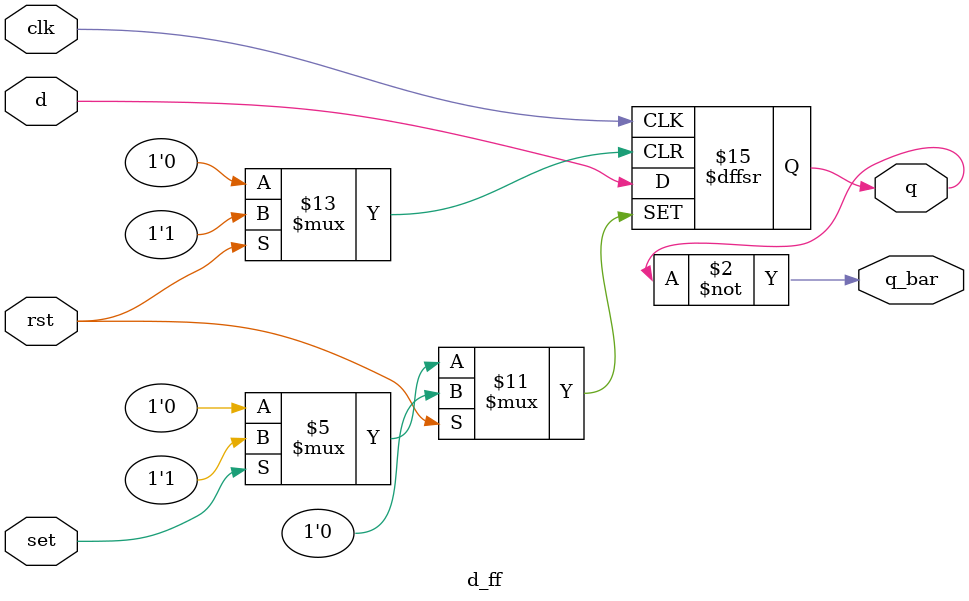
<source format=v>
module d_ff(
    input d, clk, set, rst,
    output reg q,
    output q_bar
);

always @(posedge clk or posedge rst or posedge set) begin
    if (rst)
        q <= 0;
    else if (set)
        q <= 1;
    else
        q <= d;
end

assign q_bar = ~q;

endmodule

</source>
